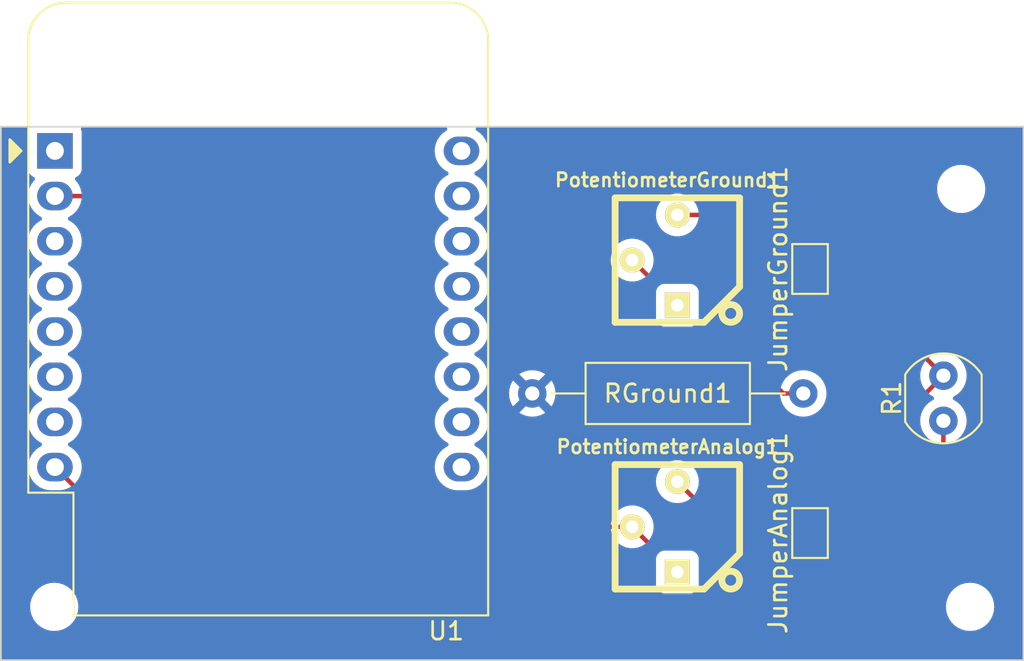
<source format=kicad_pcb>
(kicad_pcb (version 20221018) (generator pcbnew)
  (layers (0 "F.Cu" signal) (31 "B.Cu" signal) (34 "B.Paste" user) (35 "F.Paste" user) (36 "B.SilkS" user "B.Silkscreen") (37 "F.SilkS" user "F.Silkscreen") (38 "B.Mask" user) (39 "F.Mask" user) (44 "Edge.Cuts" user))
  (net 0 "")
  (net 1 "A0")
  (net 2 "R_photo")
  (net 3 "Net-(JumperGround1-A)")
  (net 4 "+3V3")
  (net 5 "GND")
  (footprint "Jumper:SolderJumper-2_P1.3mm_Open_Pad1.0x1.5mm" (layer "F.Cu") (at 158 96.35 90)
    (fp_text reference "JumperAnalog1" (at 0 -1.8 90) (layer "F.SilkS"))
    (fp_text value "SolderJumper_2_Open" hide)
    (fp_line (start -1.4 -1) (end 1.4 -1) (stroke (width 0.12)) (layer "F.SilkS"))
    (fp_line (start -1.4 1) (end -1.4 -1) (stroke (width 0.12)) (layer "F.SilkS"))
    (fp_line (start 1.4 -1) (end 1.4 1) (stroke (width 0.12)) (layer "F.SilkS"))
    (fp_line (start 1.4 1) (end -1.4 1) (stroke (width 0.12)) (layer "F.SilkS"))
    (pad "1" smd rect (at -0.65 0 90) (size 1 1.5) (layers "F.Cu" "F.Mask") (net 1 "A0"))
    (pad "2" smd rect (at 0.65 0 90) (size 1 1.5) (layers "F.Cu" "F.Mask") (net 2 "R_photo"))
  )
  (footprint "OptoDevice:R_LDR_4.9x4.2mm_P2.54mm_Vertical" (layer "F.Cu") (at 165.5 90.04 90)
    (fp_text reference "R1" (at 1.27 -2.9 90) (layer "F.SilkS"))
    (fp_text value "R_Photo" hide)
    (fp_line (start -0.05 -2.15) (end 2.6 -2.15) (stroke (width 0.12)) (layer "F.SilkS"))
    (fp_line (start -0.05 2.15) (end 2.6 2.15) (stroke (width 0.12)) (layer "F.SilkS"))
    (fp_arc (start -0.05 2.15) (mid -1.262424 0.01494) (end -0.075476 -2.134388) (stroke (width 0.12)) (layer "F.SilkS"))
    (fp_arc (start 2.6 -2.15) (mid 3.788646 -0.016616) (end 2.628027 2.132145) (stroke (width 0.12)) (layer "F.SilkS"))
    (pad "1" thru_hole circle (at 0 0 90) (size 1.6 1.6) (drill 0.8) (layers "*.Cu" "*.Mask") (net 4 "+3V3"))
    (pad "2" thru_hole circle (at 2.54 0 90) (size 1.6 1.6) (drill 0.8) (layers "*.Cu" "*.Mask") (net 2 "R_photo"))
  )
  (footprint "MountingHole:MountingHole_2.2mm_M2" (layer "F.Cu") (at 115.5 100.5)
    (fp_text reference "REF**" hide)
    (fp_text value "MountingHole_2.2mm_M2" hide)
    (pad "" np_thru_hole circle (at 0 0) (size 2.2 2.2) (drill 2.2) (layers "*.Cu" "*.Mask"))
  )
  (footprint "Module:WEMOS_D1_mini_light" (layer "F.Cu") (at 115.54 74.86)
    (fp_text reference "U1" (at 22 27) (layer "F.SilkS"))
    (fp_text value "WeMos_D1_mini")
    (fp_line (start -1.5 19.22) (end -1.5 -6.21) (stroke (width 0.12)) (layer "F.SilkS"))
    (fp_line (start -1.5 19.22) (end 1.04 19.22) (stroke (width 0.12)) (layer "F.SilkS"))
    (fp_line (start 1.04 19.22) (end 1.04 26.12) (stroke (width 0.12)) (layer "F.SilkS"))
    (fp_line (start 1.04 26.12) (end 24.36 26.12) (stroke (width 0.12)) (layer "F.SilkS"))
    (fp_line (start 22.24 -8.34) (end 0.63 -8.34) (stroke (width 0.12)) (layer "F.SilkS"))
    (fp_line (start 24.36 26.12) (end 24.36 -6.21) (stroke (width 0.12)) (layer "F.SilkS"))
    (fp_arc (start -1.5 -6.21) (mid -0.876137 -7.716137) (end 0.63 -8.34) (stroke (width 0.12)) (layer "F.SilkS"))
    (fp_arc (start 22.23 -8.34) (mid 23.736137 -7.716137) (end 24.36 -6.21) (stroke (width 0.12)) (layer "F.SilkS"))
    (fp_poly (pts (xy -2.54 -0.635) (xy -2.54 0.635) (xy -1.905 0)) (stroke (width 0.15)) (fill solid) (layer "F.SilkS"))
    (pad "1" thru_hole rect (at 0 0) (size 2 2) (drill 1) (layers "*.Cu" "*.Mask"))
    (pad "2" thru_hole oval (at 0 2.54) (size 2 1.6) (drill 1) (layers "*.Cu" "*.Mask") (net 1 "A0"))
    (pad "3" thru_hole oval (at 0 5.08) (size 2 1.6) (drill 1) (layers "*.Cu" "*.Mask"))
    (pad "4" thru_hole oval (at 0 7.62) (size 2 1.6) (drill 1) (layers "*.Cu" "*.Mask"))
    (pad "5" thru_hole oval (at 0 10.16) (size 2 1.6) (drill 1) (layers "*.Cu" "*.Mask"))
    (pad "6" thru_hole oval (at 0 12.7) (size 2 1.6) (drill 1) (layers "*.Cu" "*.Mask"))
    (pad "7" thru_hole oval (at 0 15.24) (size 2 1.6) (drill 1) (layers "*.Cu" "*.Mask"))
    (pad "8" thru_hole oval (at 0 17.78) (size 2 1.6) (drill 1) (layers "*.Cu" "*.Mask") (net 4 "+3V3"))
    (pad "9" thru_hole oval (at 22.86 17.78) (size 2 1.6) (drill 1) (layers "*.Cu" "*.Mask"))
    (pad "10" thru_hole oval (at 22.86 15.24) (size 2 1.6) (drill 1) (layers "*.Cu" "*.Mask"))
    (pad "11" thru_hole oval (at 22.86 12.7) (size 2 1.6) (drill 1) (layers "*.Cu" "*.Mask"))
    (pad "12" thru_hole oval (at 22.86 10.16) (size 2 1.6) (drill 1) (layers "*.Cu" "*.Mask"))
    (pad "13" thru_hole oval (at 22.86 7.62) (size 2 1.6) (drill 1) (layers "*.Cu" "*.Mask"))
    (pad "14" thru_hole oval (at 22.86 5.08) (size 2 1.6) (drill 1) (layers "*.Cu" "*.Mask"))
    (pad "15" thru_hole oval (at 22.86 2.54) (size 2 1.6) (drill 1) (layers "*.Cu" "*.Mask"))
    (pad "16" thru_hole oval (at 22.86 0) (size 2 1.6) (drill 1) (layers "*.Cu" "*.Mask"))
  )
  (footprint "Jumper:SolderJumper-2_P1.3mm_Open_Pad1.0x1.5mm" (layer "F.Cu") (at 158 81.5 90)
    (fp_text reference "JumperGround1" (at 0 -1.8 90) (layer "F.SilkS"))
    (fp_text value "SolderJumper_2_Open" hide)
    (fp_line (start -1.4 -1) (end 1.4 -1) (stroke (width 0.12)) (layer "F.SilkS"))
    (fp_line (start -1.4 1) (end -1.4 -1) (stroke (width 0.12)) (layer "F.SilkS"))
    (fp_line (start 1.4 -1) (end 1.4 1) (stroke (width 0.12)) (layer "F.SilkS"))
    (fp_line (start 1.4 1) (end -1.4 1) (stroke (width 0.12)) (layer "F.SilkS"))
    (pad "1" smd rect (at -0.65 0 90) (size 1 1.5) (layers "F.Cu" "F.Mask") (net 3 "Net-(JumperGround1-A)"))
    (pad "2" smd rect (at 0.65 0 90) (size 1 1.5) (layers "F.Cu" "F.Mask") (net 2 "R_photo"))
  )
  (footprint "MountingHole:MountingHole_2.2mm_M2" (layer "F.Cu") (at 166.5 77)
    (fp_text reference "REF**" hide)
    (fp_text value "MountingHole_2.2mm_M2" hide)
    (pad "" np_thru_hole circle (at 0 0) (size 2.2 2.2) (drill 2.2) (layers "*.Cu" "*.Mask"))
  )
  (footprint "MountingHole:MountingHole_2.2mm_M2" (layer "F.Cu") (at 167 100.5)
    (fp_text reference "REF**" hide)
    (fp_text value "MountingHole_2.2mm_M2" hide)
    (pad "" np_thru_hole circle (at 0 0) (size 2.2 2.2) (drill 2.2) (layers "*.Cu" "*.Mask"))
  )
  (footprint "Resistor_THT:R_Axial_DIN0309_L9.0mm_D3.2mm_P15.24mm_Horizontal" (layer "F.Cu") (at 142.38 88.5)
    (fp_text reference "RGround1" (at 7.62 0) (layer "F.SilkS"))
    (fp_text value "500Ω" hide)
    (fp_line (start 1.04 0) (end 3 0) (stroke (width 0.12)) (layer "F.SilkS"))
    (fp_line (start 3 -1.72) (end 3 1.72) (stroke (width 0.12)) (layer "F.SilkS"))
    (fp_line (start 3 1.72) (end 12.24 1.72) (stroke (width 0.12)) (layer "F.SilkS"))
    (fp_line (start 12.24 -1.72) (end 3 -1.72) (stroke (width 0.12)) (layer "F.SilkS"))
    (fp_line (start 12.24 1.72) (end 12.24 -1.72) (stroke (width 0.12)) (layer "F.SilkS"))
    (fp_line (start 14.2 0) (end 12.24 0) (stroke (width 0.12)) (layer "F.SilkS"))
    (pad "1" thru_hole circle (at 0 0) (size 1.6 1.6) (drill 0.8) (layers "*.Cu" "*.Mask") (net 5 "GND"))
    (pad "2" thru_hole oval (at 15.24 0) (size 1.6 1.6) (drill 0.8) (layers "*.Cu" "*.Mask") (net 3 "Net-(JumperGround1-A)"))
  )
  (footprint "bourns:BOURNS-3362P_pot" (layer "F.Cu") (at 150.54 81 90)
    (fp_text reference "PotentiometerGround1" (at 4.5 -0.54 180) (layer "F.SilkS") (effects (font (size 0.762 0.762) (thickness 0.1524))))
    (fp_text value "R_Potentiometer" hide)
    (fp_line (start -3.5 -3.5) (end 3.5 -3.5) (stroke (width 0.381)) (layer "F.SilkS"))
    (fp_line (start -3.5 1.5) (end -3.5 -3.5) (stroke (width 0.381)) (layer "F.SilkS"))
    (fp_line (start -3.5 1.5) (end -1.5 3.5) (stroke (width 0.381)) (layer "F.SilkS"))
    (fp_line (start -1.5 3.5) (end 3.5 3.5) (stroke (width 0.381)) (layer "F.SilkS"))
    (fp_line (start 3.5 -3.5) (end 3.5 3.5) (stroke (width 0.381)) (layer "F.SilkS"))
    (fp_circle (center -3 3) (end -3 3.5) (stroke (width 0.381)) (fill none) (layer "F.SilkS"))
    (pad "1" thru_hole rect (at -2.54 0 90) (size 1.4 1.4) (drill 0.7) (layers "*.Cu" "*.Mask" "F.SilkS"))
    (pad "2" thru_hole circle (at 0 -2.54 90) (size 1.4 1.4) (drill 0.7) (layers "*.Cu" "*.Mask" "F.SilkS") (net 3 "Net-(JumperGround1-A)"))
    (pad "3" thru_hole circle (at 2.54 0 90) (size 1.4 1.4) (drill 0.7) (layers "*.Cu" "*.Mask" "F.SilkS") (net 2 "R_photo"))
  )
  (footprint "bourns:BOURNS-3362P_pot" (layer "F.Cu") (at 150.54 96 90)
    (fp_text reference "PotentiometerAnalog1" (at 4.5 -0.54 180) (layer "F.SilkS") (effects (font (size 0.762 0.762) (thickness 0.1524))))
    (fp_text value "R_Potentiometer" hide)
    (fp_line (start -3.5 -3.5) (end 3.5 -3.5) (stroke (width 0.381)) (layer "F.SilkS"))
    (fp_line (start -3.5 1.5) (end -3.5 -3.5) (stroke (width 0.381)) (layer "F.SilkS"))
    (fp_line (start -3.5 1.5) (end -1.5 3.5) (stroke (width 0.381)) (layer "F.SilkS"))
    (fp_line (start -1.5 3.5) (end 3.5 3.5) (stroke (width 0.381)) (layer "F.SilkS"))
    (fp_line (start 3.5 -3.5) (end 3.5 3.5) (stroke (width 0.381)) (layer "F.SilkS"))
    (fp_circle (center -3 3) (end -3 3.5) (stroke (width 0.381)) (fill none) (layer "F.SilkS"))
    (pad "1" thru_hole rect (at -2.54 0 90) (size 1.4 1.4) (drill 0.7) (layers "*.Cu" "*.Mask" "F.SilkS"))
    (pad "2" thru_hole circle (at 0 -2.54 90) (size 1.4 1.4) (drill 0.7) (layers "*.Cu" "*.Mask" "F.SilkS") (net 1 "A0"))
    (pad "3" thru_hole circle (at 2.54 0 90) (size 1.4 1.4) (drill 0.7) (layers "*.Cu" "*.Mask" "F.SilkS") (net 2 "R_photo"))
  )
  (gr_rect (start 112.5 73.5) (end 170 103.5) (stroke (width 0.1)) (fill none) (layer "Edge.Cuts"))
  (segment (start 117.4 77.4) (end 115.54 77.4) (width 0.25) (layer "F.Cu") (net 1))
  (segment (start 136 96) (end 117.4 77.4) (width 0.25) (layer "F.Cu") (net 1))
  (segment (start 148 96) (end 149 97) (width 0.25) (layer "F.Cu") (net 1))
  (segment (start 148 96) (end 136 96) (width 0.25) (layer "F.Cu") (net 1))
  (segment (start 149 97) (end 158 97) (width 0.25) (layer "F.Cu") (net 1))
  (segment (start 152.78 95.7) (end 150.54 93.46) (width 0.25) (layer "F.Cu") (net 2))
  (segment (start 158 95.7) (end 152.78 95.7) (width 0.25) (layer "F.Cu") (net 2))
  (segment (start 150.54 78.46) (end 155.61 78.46) (width 0.25) (layer "F.Cu") (net 2))
  (segment (start 158 95.7) (end 158 95) (width 0.25) (layer "F.Cu") (net 2))
  (segment (start 155.61 78.46) (end 158 80.85) (width 0.25) (layer "F.Cu") (net 2))
  (segment (start 158.85 80.85) (end 158 80.85) (width 0.25) (layer "F.Cu") (net 2))
  (segment (start 165.5 87.5) (end 158.85 80.85) (width 0.25) (layer "F.Cu") (net 2))
  (segment (start 158 95) (end 165.5 87.5) (width 0.25) (layer "F.Cu") (net 2))
  (segment (start 154.5 82.15) (end 158 82.15) (width 0.25) (layer "F.Cu") (net 3))
  (segment (start 156.5 88.5) (end 157.62 88.5) (width 0.25) (layer "F.Cu") (net 3))
  (segment (start 155 82.65) (end 155 87) (width 0.25) (layer "F.Cu") (net 3))
  (segment (start 148 81) (end 149.15 82.15) (width 0.25) (layer "F.Cu") (net 3))
  (segment (start 155 87) (end 156.5 88.5) (width 0.25) (layer "F.Cu") (net 3))
  (segment (start 154.5 82.15) (end 155 82.65) (width 0.25) (layer "F.Cu") (net 3))
  (segment (start 149.15 82.15) (end 154.5 82.15) (width 0.25) (layer "F.Cu") (net 3))
  (segment (start 165.5 90.04) (end 165.5 96) (width 0.25) (layer "F.Cu") (net 4))
  (segment (start 123.4 100.5) (end 115.54 92.64) (width 0.25) (layer "F.Cu") (net 4))
  (segment (start 165.5 96) (end 161 100.5) (width 0.25) (layer "F.Cu") (net 4))
  (segment (start 161 100.5) (end 123.4 100.5) (width 0.25) (layer "F.Cu") (net 4))
  (zone (net 5) (net_name "GND") (layer "B.Cu") (connect_pads (clearance 0.5)) (min_thickness 0.25) (fill yes (thermal_gap 0.5) (thermal_bridge_width 0.5))
    (polygon (pts (xy 112.5 73.5) (xy 112.5 103.5) (xy 170 103.5) (xy 170 73.5)))
  )
)
</source>
